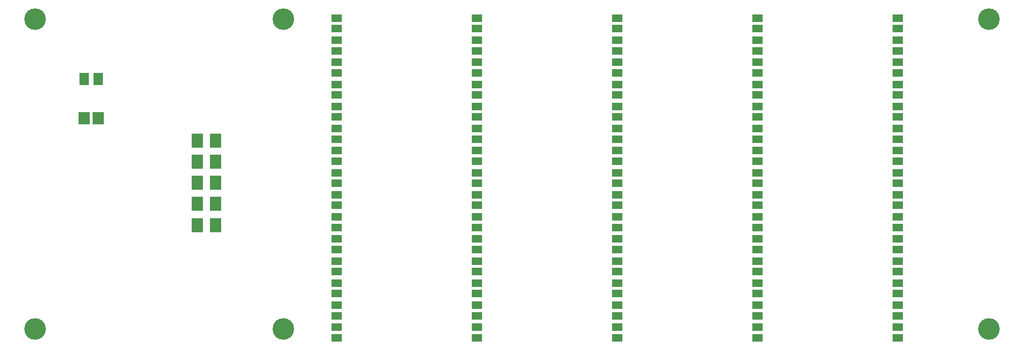
<source format=gts>
G04 (created by PCBNEW-RS274X (2011-07-19)-testing) date Fri 17 Feb 2012 12:26:42 PM PST*
G01*
G70*
G90*
%MOIN*%
G04 Gerber Fmt 3.4, Leading zero omitted, Abs format*
%FSLAX34Y34*%
G04 APERTURE LIST*
%ADD10C,0.006000*%
%ADD11R,0.080000X0.100000*%
%ADD12R,0.075000X0.055000*%
%ADD13R,0.079100X0.090900*%
%ADD14R,0.067200X0.090900*%
%ADD15C,0.153900*%
G04 APERTURE END LIST*
G54D10*
G54D11*
X37550Y-38000D03*
X38850Y-38000D03*
G54D12*
X47500Y-51327D03*
X47500Y-52077D03*
X47500Y-49752D03*
X47500Y-50502D03*
X47500Y-48177D03*
X47500Y-48927D03*
X47500Y-46602D03*
X47500Y-47352D03*
X47500Y-45027D03*
X47500Y-45777D03*
X47500Y-43453D03*
X47500Y-44203D03*
X47500Y-41878D03*
X47500Y-42628D03*
X47500Y-40303D03*
X47500Y-41053D03*
X47500Y-38728D03*
X47500Y-39478D03*
X47500Y-37153D03*
X47500Y-37903D03*
X47500Y-35579D03*
X47500Y-36329D03*
X47500Y-34004D03*
X47500Y-34754D03*
X47500Y-32429D03*
X47500Y-33179D03*
X47500Y-30854D03*
X47500Y-31604D03*
X47500Y-29279D03*
X47500Y-30029D03*
G54D13*
X29508Y-36398D03*
X30492Y-36398D03*
G54D14*
X29508Y-33602D03*
X30492Y-33602D03*
G54D15*
X26000Y-51450D03*
X26000Y-29350D03*
G54D11*
X37550Y-44050D03*
X38850Y-44050D03*
X37550Y-42500D03*
X38850Y-42500D03*
X37550Y-41000D03*
X38850Y-41000D03*
X37550Y-39500D03*
X38850Y-39500D03*
G54D12*
X87500Y-29279D03*
X87500Y-30029D03*
X77500Y-51327D03*
X77500Y-52077D03*
X77500Y-49752D03*
X77500Y-50502D03*
X77500Y-48177D03*
X77500Y-48927D03*
X77500Y-46602D03*
X77500Y-47352D03*
X77500Y-45027D03*
X77500Y-45777D03*
X77500Y-43453D03*
X77500Y-44203D03*
X77500Y-41878D03*
X77500Y-42628D03*
X77500Y-40303D03*
X77500Y-41053D03*
X77500Y-38728D03*
X77500Y-39478D03*
X77500Y-37153D03*
X77500Y-37903D03*
X77500Y-35579D03*
X77500Y-36329D03*
X77500Y-34004D03*
X77500Y-34754D03*
X77500Y-32429D03*
X77500Y-33179D03*
X87500Y-30854D03*
X87500Y-31604D03*
X87500Y-32429D03*
X87500Y-33179D03*
X87500Y-34004D03*
X87500Y-34754D03*
X87500Y-35579D03*
X87500Y-36329D03*
X87500Y-37153D03*
X87500Y-37903D03*
X87500Y-38728D03*
X87500Y-39478D03*
X87500Y-40303D03*
X87500Y-41053D03*
X87500Y-41878D03*
X87500Y-42628D03*
X87500Y-43453D03*
X87500Y-44203D03*
X87500Y-45027D03*
X87500Y-45777D03*
X87500Y-46602D03*
X87500Y-47352D03*
X87500Y-48177D03*
X87500Y-48927D03*
X87500Y-49752D03*
X87500Y-50502D03*
X87500Y-51327D03*
X87500Y-52077D03*
X57500Y-29279D03*
X57500Y-30029D03*
X57500Y-30854D03*
X57500Y-31604D03*
X57500Y-32429D03*
X57500Y-33179D03*
X57500Y-34004D03*
X57500Y-34754D03*
X57500Y-35579D03*
X57500Y-36329D03*
X57500Y-37153D03*
X57500Y-37903D03*
X57500Y-38728D03*
X57500Y-39478D03*
X57500Y-40303D03*
X57500Y-41053D03*
X57500Y-41878D03*
X57500Y-42628D03*
X57500Y-43453D03*
X57500Y-44203D03*
X57500Y-45027D03*
X57500Y-45777D03*
X57500Y-46602D03*
X57500Y-47352D03*
X57500Y-48177D03*
X57500Y-48927D03*
X57500Y-49752D03*
X57500Y-50502D03*
X57500Y-51327D03*
X57500Y-52077D03*
X67500Y-29279D03*
X67500Y-30029D03*
X67500Y-30854D03*
X67500Y-31604D03*
X67500Y-32429D03*
X67500Y-33179D03*
X67500Y-34004D03*
X67500Y-34754D03*
X67500Y-35579D03*
X67500Y-36329D03*
X67500Y-37153D03*
X67500Y-37903D03*
X67500Y-38728D03*
X67500Y-39478D03*
X67500Y-40303D03*
X67500Y-41053D03*
X67500Y-41878D03*
X67500Y-42628D03*
X67500Y-43453D03*
X67500Y-44203D03*
X67500Y-45027D03*
X67500Y-45777D03*
X67500Y-46602D03*
X67500Y-47352D03*
X67500Y-48177D03*
X67500Y-48927D03*
X67500Y-49752D03*
X67500Y-50502D03*
X67500Y-51327D03*
X67500Y-52077D03*
X77500Y-29279D03*
X77500Y-30029D03*
X77500Y-30854D03*
X77500Y-31604D03*
G54D15*
X94000Y-51450D03*
X94000Y-29350D03*
X43700Y-29350D03*
X43700Y-51450D03*
M02*

</source>
